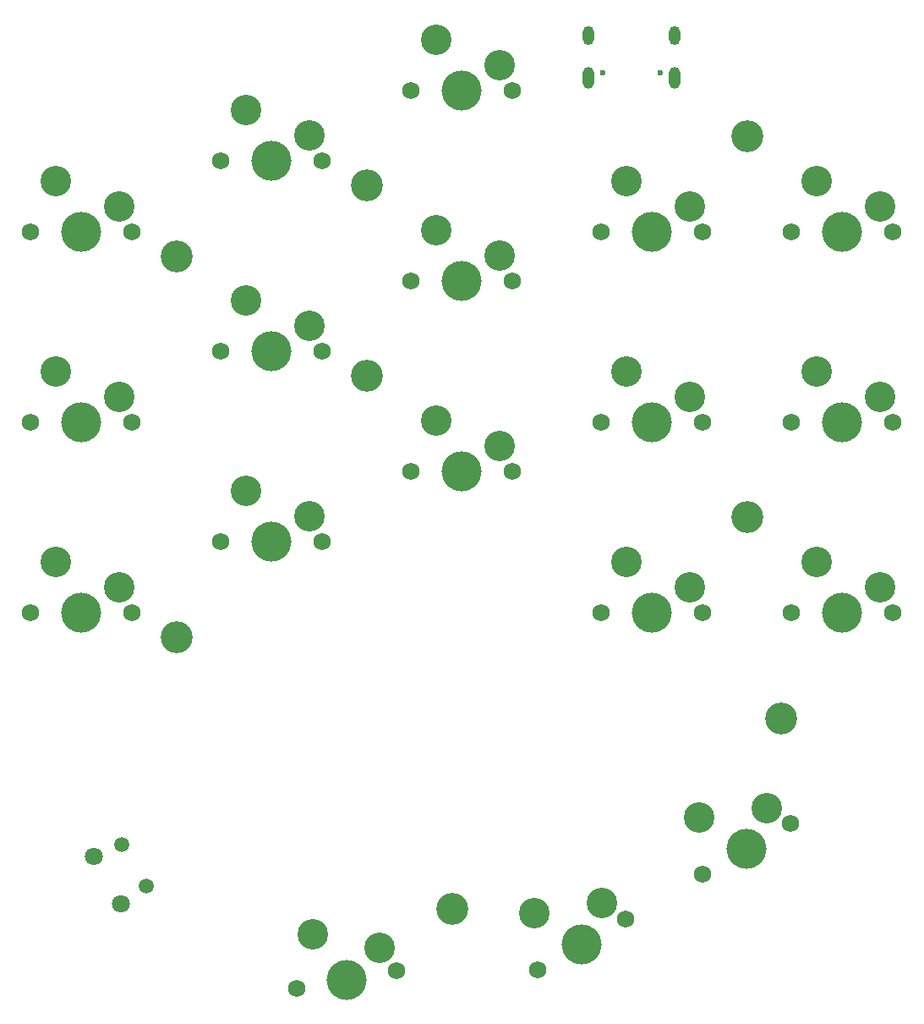
<source format=gbr>
%TF.GenerationSoftware,KiCad,Pcbnew,7.0.9-7.0.9~ubuntu22.04.1*%
%TF.CreationDate,2023-11-28T14:58:53+03:00*%
%TF.ProjectId,Keeb,4b656562-2e6b-4696-9361-645f70636258,rev?*%
%TF.SameCoordinates,Original*%
%TF.FileFunction,Soldermask,Bot*%
%TF.FilePolarity,Negative*%
%FSLAX46Y46*%
G04 Gerber Fmt 4.6, Leading zero omitted, Abs format (unit mm)*
G04 Created by KiCad (PCBNEW 7.0.9-7.0.9~ubuntu22.04.1) date 2023-11-28 14:58:53*
%MOMM*%
%LPD*%
G01*
G04 APERTURE LIST*
G04 Aperture macros list*
%AMHorizOval*
0 Thick line with rounded ends*
0 $1 width*
0 $2 $3 position (X,Y) of the first rounded end (center of the circle)*
0 $4 $5 position (X,Y) of the second rounded end (center of the circle)*
0 Add line between two ends*
20,1,$1,$2,$3,$4,$5,0*
0 Add two circle primitives to create the rounded ends*
1,1,$1,$2,$3*
1,1,$1,$4,$5*%
G04 Aperture macros list end*
%ADD10C,3.200000*%
%ADD11HorizOval,1.800000X0.000000X0.000000X0.000000X0.000000X0*%
%ADD12HorizOval,1.500000X0.000000X0.000000X0.000000X0.000000X0*%
%ADD13C,0.600000*%
%ADD14O,1.104000X2.204000*%
%ADD15O,1.104000X1.904000*%
%ADD16C,1.750000*%
%ADD17C,3.050000*%
%ADD18C,4.000000*%
G04 APERTURE END LIST*
D10*
%TO.C,H5*%
X181701819Y-104371119D03*
%TD*%
%TO.C,H7*%
X178280000Y-84192944D03*
%TD*%
%TO.C,H2*%
X140180000Y-70092944D03*
%TD*%
%TO.C,H8*%
X121130000Y-96192944D03*
%TD*%
%TO.C,H4*%
X121130000Y-58092944D03*
%TD*%
%TO.C,H1*%
X178280000Y-46092944D03*
%TD*%
%TO.C,H3*%
X140180000Y-51042944D03*
%TD*%
%TO.C,H9*%
X148706251Y-123421119D03*
%TD*%
D11*
%TO.C,U1*%
X115585943Y-122894807D03*
D12*
X118060000Y-121120000D03*
X115635000Y-116919776D03*
D11*
X112860943Y-118174969D03*
%TD*%
D13*
%TO.C,J1*%
X169555000Y-39720000D03*
X163775000Y-39720000D03*
D14*
X170990000Y-40210000D03*
X162340000Y-40210000D03*
D15*
X170990000Y-36040000D03*
X162340000Y-36040000D03*
%TD*%
D16*
%TO.C,SW3*%
X116685000Y-55617944D03*
D17*
X115415000Y-53077944D03*
D18*
X111605000Y-55617944D03*
D17*
X109065000Y-50537944D03*
D16*
X106525000Y-55617944D03*
%TD*%
%TO.C,SW4*%
X116685000Y-74667944D03*
D17*
X115415000Y-72127944D03*
D18*
X111605000Y-74667944D03*
D17*
X109065000Y-69587944D03*
D16*
X106525000Y-74667944D03*
%TD*%
%TO.C,SW5*%
X116685000Y-93717944D03*
D17*
X115415000Y-91177944D03*
D18*
X111605000Y-93717944D03*
D17*
X109065000Y-88637944D03*
D16*
X106525000Y-93717944D03*
%TD*%
%TO.C,SW6*%
X135735000Y-48567944D03*
D17*
X134465000Y-46027944D03*
D18*
X130655000Y-48567944D03*
D17*
X128115000Y-43487944D03*
D16*
X125575000Y-48567944D03*
%TD*%
%TO.C,SW7*%
X135735000Y-67617944D03*
D17*
X134465000Y-65077944D03*
D18*
X130655000Y-67617944D03*
D17*
X128115000Y-62537944D03*
D16*
X125575000Y-67617944D03*
%TD*%
%TO.C,SW8*%
X135735000Y-86667944D03*
D17*
X134465000Y-84127944D03*
D18*
X130655000Y-86667944D03*
D17*
X128115000Y-81587944D03*
D16*
X125575000Y-86667944D03*
%TD*%
%TO.C,SW9*%
X154785000Y-41517944D03*
D17*
X153515000Y-38977944D03*
D18*
X149705000Y-41517944D03*
D17*
X147165000Y-36437944D03*
D16*
X144625000Y-41517944D03*
%TD*%
%TO.C,SW10*%
X154785000Y-60567944D03*
D17*
X153515000Y-58027944D03*
D18*
X149705000Y-60567944D03*
D17*
X147165000Y-55487944D03*
D16*
X144625000Y-60567944D03*
%TD*%
%TO.C,SW11*%
X154785000Y-79617944D03*
D17*
X153515000Y-77077944D03*
D18*
X149705000Y-79617944D03*
D17*
X147165000Y-74537944D03*
D16*
X144625000Y-79617944D03*
%TD*%
%TO.C,SW13*%
X173835000Y-55617944D03*
D17*
X172565000Y-53077944D03*
D18*
X168755000Y-55617944D03*
D17*
X166215000Y-50537944D03*
D16*
X163675000Y-55617944D03*
%TD*%
%TO.C,SW14*%
X173835000Y-74667944D03*
D17*
X172565000Y-72127944D03*
D18*
X168755000Y-74667944D03*
D17*
X166215000Y-69587944D03*
D16*
X163675000Y-74667944D03*
%TD*%
%TO.C,SW15*%
X173835000Y-93717944D03*
D17*
X172565000Y-91177944D03*
D18*
X168755000Y-93717944D03*
D17*
X166215000Y-88637944D03*
D16*
X163675000Y-93717944D03*
%TD*%
%TO.C,SW16*%
X166117052Y-124367511D03*
D17*
X163747200Y-122802806D03*
D18*
X161717643Y-126907511D03*
D17*
X156977938Y-123778102D03*
D16*
X157318234Y-129447511D03*
%TD*%
%TO.C,SW17*%
X192885000Y-55617944D03*
D17*
X191615000Y-53077944D03*
D18*
X187805000Y-55617944D03*
D17*
X185265000Y-50537944D03*
D16*
X182725000Y-55617944D03*
%TD*%
%TO.C,SW18*%
X192885000Y-74667944D03*
D17*
X191615000Y-72127944D03*
D18*
X187805000Y-74667944D03*
D17*
X185265000Y-69587944D03*
D16*
X182725000Y-74667944D03*
%TD*%
%TO.C,SW19*%
X192885000Y-93717944D03*
D17*
X191615000Y-91177944D03*
D18*
X187805000Y-93717944D03*
D17*
X185265000Y-88637944D03*
D16*
X182725000Y-93717944D03*
%TD*%
%TO.C,SW20*%
X182614836Y-114842511D03*
D17*
X180244984Y-113277806D03*
D18*
X178215427Y-117382511D03*
D17*
X173475722Y-114253102D03*
D16*
X173816018Y-119922511D03*
%TD*%
%TO.C,SW1*%
X143135646Y-129585734D03*
D17*
X141443874Y-127304856D03*
D18*
X138132823Y-130467867D03*
D17*
X134749279Y-125906110D03*
D16*
X133130000Y-131350000D03*
%TD*%
M02*

</source>
